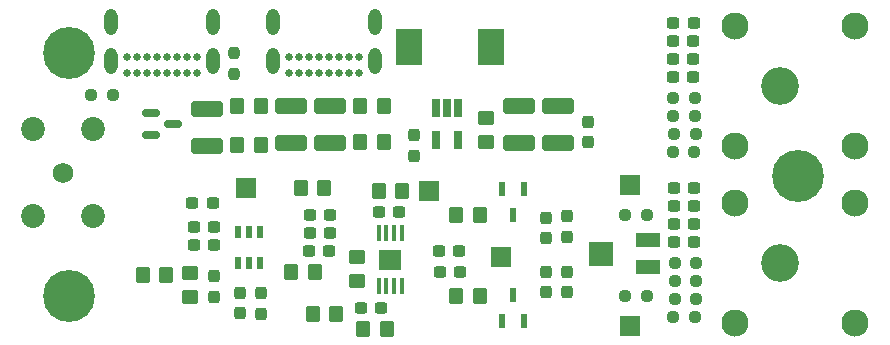
<source format=gts>
G04 #@! TF.GenerationSoftware,KiCad,Pcbnew,(6.0.9-0)*
G04 #@! TF.CreationDate,2023-02-01T14:54:16-05:00*
G04 #@! TF.ProjectId,beach_bod_02,62656163-685f-4626-9f64-5f30322e6b69,rev?*
G04 #@! TF.SameCoordinates,Original*
G04 #@! TF.FileFunction,Soldermask,Top*
G04 #@! TF.FilePolarity,Negative*
%FSLAX46Y46*%
G04 Gerber Fmt 4.6, Leading zero omitted, Abs format (unit mm)*
G04 Created by KiCad (PCBNEW (6.0.9-0)) date 2023-02-01 14:54:16*
%MOMM*%
%LPD*%
G01*
G04 APERTURE LIST*
G04 Aperture macros list*
%AMRoundRect*
0 Rectangle with rounded corners*
0 $1 Rounding radius*
0 $2 $3 $4 $5 $6 $7 $8 $9 X,Y pos of 4 corners*
0 Add a 4 corners polygon primitive as box body*
4,1,4,$2,$3,$4,$5,$6,$7,$8,$9,$2,$3,0*
0 Add four circle primitives for the rounded corners*
1,1,$1+$1,$2,$3*
1,1,$1+$1,$4,$5*
1,1,$1+$1,$6,$7*
1,1,$1+$1,$8,$9*
0 Add four rect primitives between the rounded corners*
20,1,$1+$1,$2,$3,$4,$5,0*
20,1,$1+$1,$4,$5,$6,$7,0*
20,1,$1+$1,$6,$7,$8,$9,0*
20,1,$1+$1,$8,$9,$2,$3,0*%
G04 Aperture macros list end*
%ADD10C,3.200000*%
%ADD11C,2.300000*%
%ADD12C,4.400000*%
%ADD13C,1.755000*%
%ADD14C,2.025000*%
%ADD15RoundRect,0.250000X0.450000X-0.350000X0.450000X0.350000X-0.450000X0.350000X-0.450000X-0.350000X0*%
%ADD16R,0.600000X1.150000*%
%ADD17RoundRect,0.237500X0.300000X0.237500X-0.300000X0.237500X-0.300000X-0.237500X0.300000X-0.237500X0*%
%ADD18R,1.700000X1.700000*%
%ADD19RoundRect,0.250000X0.350000X0.450000X-0.350000X0.450000X-0.350000X-0.450000X0.350000X-0.450000X0*%
%ADD20RoundRect,0.237500X0.237500X-0.300000X0.237500X0.300000X-0.237500X0.300000X-0.237500X-0.300000X0*%
%ADD21RoundRect,0.250000X-0.350000X-0.450000X0.350000X-0.450000X0.350000X0.450000X-0.350000X0.450000X0*%
%ADD22RoundRect,0.237500X0.250000X0.237500X-0.250000X0.237500X-0.250000X-0.237500X0.250000X-0.237500X0*%
%ADD23RoundRect,0.237500X-0.250000X-0.237500X0.250000X-0.237500X0.250000X0.237500X-0.250000X0.237500X0*%
%ADD24RoundRect,0.237500X-0.300000X-0.237500X0.300000X-0.237500X0.300000X0.237500X-0.300000X0.237500X0*%
%ADD25RoundRect,0.250000X1.100000X-0.412500X1.100000X0.412500X-1.100000X0.412500X-1.100000X-0.412500X0*%
%ADD26RoundRect,0.250000X-1.100000X0.412500X-1.100000X-0.412500X1.100000X-0.412500X1.100000X0.412500X0*%
%ADD27RoundRect,0.237500X-0.237500X0.250000X-0.237500X-0.250000X0.237500X-0.250000X0.237500X0.250000X0*%
%ADD28R,0.450000X1.425000*%
%ADD29R,1.880000X1.680000*%
%ADD30R,2.000000X1.300000*%
%ADD31R,2.000000X2.000000*%
%ADD32R,2.200000X3.150000*%
%ADD33R,0.550000X1.050000*%
%ADD34C,0.650000*%
%ADD35O,1.108000X2.216000*%
%ADD36RoundRect,0.150000X-0.587500X-0.150000X0.587500X-0.150000X0.587500X0.150000X-0.587500X0.150000X0*%
%ADD37R,0.650000X1.560000*%
%ADD38RoundRect,0.237500X-0.237500X0.300000X-0.237500X-0.300000X0.237500X-0.300000X0.237500X0.300000X0*%
G04 APERTURE END LIST*
D10*
X160782000Y-96520000D03*
D11*
X167142000Y-91440000D03*
X156982000Y-91440000D03*
X167142000Y-101600000D03*
X156982000Y-101600000D03*
D10*
X160782000Y-81534000D03*
D11*
X167142000Y-76454000D03*
X156982000Y-86614000D03*
X167142000Y-86614000D03*
X156982000Y-76454000D03*
D12*
X100584000Y-99314000D03*
X162306000Y-89154000D03*
D13*
X100076000Y-88900000D03*
D14*
X97536000Y-92600000D03*
X102616000Y-92600000D03*
X102616000Y-85200000D03*
X97536000Y-85200000D03*
D15*
X110844500Y-99448000D03*
X110844500Y-97448000D03*
X124968000Y-98044000D03*
X124968000Y-96044000D03*
D16*
X137226000Y-101430000D03*
X139126000Y-101430000D03*
X138176000Y-99230000D03*
D17*
X153472500Y-76200000D03*
X151747500Y-76200000D03*
D18*
X137160000Y-96012000D03*
D19*
X121396000Y-97282000D03*
X119396000Y-97282000D03*
D20*
X115062000Y-100785000D03*
X115062000Y-99060000D03*
X142748000Y-99010000D03*
X142748000Y-97285000D03*
D15*
X135890000Y-86321500D03*
X135890000Y-84321500D03*
D21*
X121190000Y-100838000D03*
X123190000Y-100838000D03*
D22*
X153670000Y-98044000D03*
X151845000Y-98044000D03*
D21*
X126778000Y-90424000D03*
X128778000Y-90424000D03*
D23*
X151694500Y-87122000D03*
X153519500Y-87122000D03*
D17*
X122682000Y-93980000D03*
X120957000Y-93980000D03*
D23*
X147677500Y-99314000D03*
X149502500Y-99314000D03*
D24*
X131879000Y-95504000D03*
X133604000Y-95504000D03*
D18*
X148082000Y-101854000D03*
D23*
X151845000Y-99568000D03*
X153670000Y-99568000D03*
D25*
X112252000Y-86614000D03*
X112252000Y-83489000D03*
D21*
X120174000Y-90170000D03*
X122174000Y-90170000D03*
D24*
X111151500Y-93472000D03*
X112876500Y-93472000D03*
D20*
X112876500Y-99427000D03*
X112876500Y-97702000D03*
D26*
X122682000Y-83235000D03*
X122682000Y-86360000D03*
D21*
X106812500Y-97536000D03*
X108812500Y-97536000D03*
D27*
X114554000Y-78740000D03*
X114554000Y-80565000D03*
D24*
X111151500Y-94996000D03*
X112876500Y-94996000D03*
D17*
X112723000Y-91440000D03*
X110998000Y-91440000D03*
D22*
X153566500Y-101092000D03*
X151741500Y-101092000D03*
D17*
X153516500Y-91694000D03*
X151791500Y-91694000D03*
D18*
X131064000Y-90424000D03*
X115570000Y-90170000D03*
D17*
X153516500Y-94742000D03*
X151791500Y-94742000D03*
D22*
X149502500Y-92456000D03*
X147677500Y-92456000D03*
D25*
X138684000Y-86360000D03*
X138684000Y-83235000D03*
D28*
X126787000Y-98478000D03*
X127437000Y-98478000D03*
X128087000Y-98478000D03*
X128737000Y-98478000D03*
X128737000Y-94054000D03*
X128087000Y-94054000D03*
X127437000Y-94054000D03*
X126787000Y-94054000D03*
D29*
X127762000Y-96266000D03*
D19*
X127238000Y-86321500D03*
X125238000Y-86321500D03*
X116824000Y-83273500D03*
X114824000Y-83273500D03*
D22*
X153623000Y-85598000D03*
X151798000Y-85598000D03*
D25*
X119380000Y-86360000D03*
X119380000Y-83235000D03*
D24*
X151791500Y-93218000D03*
X153516500Y-93218000D03*
D17*
X153419500Y-79248000D03*
X151694500Y-79248000D03*
D24*
X120957000Y-92456000D03*
X122682000Y-92456000D03*
D23*
X151845000Y-96520000D03*
X153670000Y-96520000D03*
D24*
X125275000Y-100330000D03*
X127000000Y-100330000D03*
D12*
X100584000Y-78740000D03*
D30*
X149574000Y-96908000D03*
D31*
X145574000Y-95758000D03*
D30*
X149574000Y-94608000D03*
D32*
X129342000Y-78232000D03*
X136342000Y-78232000D03*
D33*
X114874000Y-96550000D03*
X115824000Y-96550000D03*
X116774000Y-96550000D03*
X116774000Y-93950000D03*
X115824000Y-93950000D03*
X114874000Y-93950000D03*
D21*
X125476000Y-102108000D03*
X127476000Y-102108000D03*
D22*
X153566500Y-82550000D03*
X151741500Y-82550000D03*
D34*
X125154000Y-80479000D03*
X124304000Y-80479000D03*
X123454000Y-80479000D03*
X122604000Y-80479000D03*
X121754000Y-80479000D03*
X120904000Y-80479000D03*
X120054000Y-80479000D03*
X119204000Y-80479000D03*
X119204000Y-79129000D03*
X120054000Y-79129000D03*
X120904000Y-79129000D03*
X121754000Y-79129000D03*
X122604000Y-79129000D03*
X123454000Y-79129000D03*
X124304000Y-79129000D03*
X125154000Y-79129000D03*
D35*
X126504000Y-79499000D03*
X117854000Y-79499000D03*
X117854000Y-76119000D03*
X126504000Y-76119000D03*
D24*
X126799000Y-92202000D03*
X128524000Y-92202000D03*
D34*
X111433000Y-80479000D03*
X110583000Y-80479000D03*
X109733000Y-80479000D03*
X108883000Y-80479000D03*
X108033000Y-80479000D03*
X107183000Y-80479000D03*
X106333000Y-80479000D03*
X105483000Y-80479000D03*
X105483000Y-79129000D03*
X106333000Y-79129000D03*
X107183000Y-79129000D03*
X108033000Y-79129000D03*
X108883000Y-79129000D03*
X109733000Y-79129000D03*
X110583000Y-79129000D03*
X111433000Y-79129000D03*
D35*
X112783000Y-79499000D03*
X104133000Y-79499000D03*
X104133000Y-76119000D03*
X112783000Y-76119000D03*
D20*
X116840000Y-100838000D03*
X116840000Y-99113000D03*
D24*
X151791500Y-90170000D03*
X153516500Y-90170000D03*
D26*
X141986000Y-83235000D03*
X141986000Y-86360000D03*
D20*
X142748000Y-94334500D03*
X142748000Y-92609500D03*
D21*
X133366000Y-99314000D03*
X135366000Y-99314000D03*
D20*
X140970000Y-94435000D03*
X140970000Y-92710000D03*
D19*
X116824000Y-86575500D03*
X114824000Y-86575500D03*
D36*
X107520500Y-83847500D03*
X107520500Y-85747500D03*
X109395500Y-84797500D03*
D20*
X140970000Y-99010000D03*
X140970000Y-97285000D03*
D37*
X133538000Y-83447500D03*
X132588000Y-83447500D03*
X131638000Y-83447500D03*
X131638000Y-86147500D03*
X133538000Y-86147500D03*
D24*
X151694500Y-77724000D03*
X153419500Y-77724000D03*
X151694500Y-80772000D03*
X153419500Y-80772000D03*
D16*
X139126000Y-90256000D03*
X137226000Y-90256000D03*
X138176000Y-92456000D03*
D38*
X129794000Y-85751500D03*
X129794000Y-87476500D03*
D21*
X133366000Y-92456000D03*
X135366000Y-92456000D03*
D19*
X127238000Y-83273500D03*
X125238000Y-83273500D03*
D38*
X144526000Y-84582000D03*
X144526000Y-86307000D03*
D24*
X131979500Y-97282000D03*
X133704500Y-97282000D03*
D17*
X122581500Y-95504000D03*
X120856500Y-95504000D03*
D23*
X151741500Y-84074000D03*
X153566500Y-84074000D03*
D22*
X104290500Y-82296000D03*
X102465500Y-82296000D03*
D18*
X148082000Y-89916000D03*
M02*

</source>
